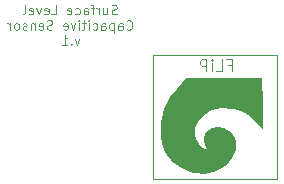
<source format=gbr>
%TF.GenerationSoftware,KiCad,Pcbnew,9.0.2*%
%TF.CreationDate,2025-06-02T11:29:15-03:00*%
%TF.ProjectId,PCB_Borneras,5043425f-426f-4726-9e65-7261732e6b69,rev?*%
%TF.SameCoordinates,Original*%
%TF.FileFunction,Legend,Bot*%
%TF.FilePolarity,Positive*%
%FSLAX46Y46*%
G04 Gerber Fmt 4.6, Leading zero omitted, Abs format (unit mm)*
G04 Created by KiCad (PCBNEW 9.0.2) date 2025-06-02 11:29:15*
%MOMM*%
%LPD*%
G01*
G04 APERTURE LIST*
%ADD10C,0.100000*%
%ADD11C,0.000000*%
G04 APERTURE END LIST*
D10*
X108967511Y-60756744D02*
X119467511Y-60756744D01*
X119467511Y-71256744D01*
X108967511Y-71256744D01*
X108967511Y-60756744D01*
X115330293Y-61605353D02*
X115663626Y-61605353D01*
X115663626Y-62129163D02*
X115663626Y-61129163D01*
X115663626Y-61129163D02*
X115187436Y-61129163D01*
X114330293Y-62129163D02*
X114806483Y-62129163D01*
X114806483Y-62129163D02*
X114806483Y-61129163D01*
X113996959Y-62129163D02*
X113996959Y-61462496D01*
X113996959Y-61129163D02*
X114044578Y-61176782D01*
X114044578Y-61176782D02*
X113996959Y-61224401D01*
X113996959Y-61224401D02*
X113949340Y-61176782D01*
X113949340Y-61176782D02*
X113996959Y-61129163D01*
X113996959Y-61129163D02*
X113996959Y-61224401D01*
X113520769Y-62129163D02*
X113520769Y-61129163D01*
X113520769Y-61129163D02*
X113139817Y-61129163D01*
X113139817Y-61129163D02*
X113044579Y-61176782D01*
X113044579Y-61176782D02*
X112996960Y-61224401D01*
X112996960Y-61224401D02*
X112949341Y-61319639D01*
X112949341Y-61319639D02*
X112949341Y-61462496D01*
X112949341Y-61462496D02*
X112996960Y-61557734D01*
X112996960Y-61557734D02*
X113044579Y-61605353D01*
X113044579Y-61605353D02*
X113139817Y-61652972D01*
X113139817Y-61652972D02*
X113520769Y-61652972D01*
X105942857Y-57282890D02*
X105828571Y-57320985D01*
X105828571Y-57320985D02*
X105638095Y-57320985D01*
X105638095Y-57320985D02*
X105561904Y-57282890D01*
X105561904Y-57282890D02*
X105523809Y-57244794D01*
X105523809Y-57244794D02*
X105485714Y-57168604D01*
X105485714Y-57168604D02*
X105485714Y-57092413D01*
X105485714Y-57092413D02*
X105523809Y-57016223D01*
X105523809Y-57016223D02*
X105561904Y-56978128D01*
X105561904Y-56978128D02*
X105638095Y-56940032D01*
X105638095Y-56940032D02*
X105790476Y-56901937D01*
X105790476Y-56901937D02*
X105866666Y-56863842D01*
X105866666Y-56863842D02*
X105904761Y-56825747D01*
X105904761Y-56825747D02*
X105942857Y-56749556D01*
X105942857Y-56749556D02*
X105942857Y-56673366D01*
X105942857Y-56673366D02*
X105904761Y-56597175D01*
X105904761Y-56597175D02*
X105866666Y-56559080D01*
X105866666Y-56559080D02*
X105790476Y-56520985D01*
X105790476Y-56520985D02*
X105599999Y-56520985D01*
X105599999Y-56520985D02*
X105485714Y-56559080D01*
X104799999Y-56787651D02*
X104799999Y-57320985D01*
X105142856Y-56787651D02*
X105142856Y-57206699D01*
X105142856Y-57206699D02*
X105104761Y-57282890D01*
X105104761Y-57282890D02*
X105028571Y-57320985D01*
X105028571Y-57320985D02*
X104914285Y-57320985D01*
X104914285Y-57320985D02*
X104838094Y-57282890D01*
X104838094Y-57282890D02*
X104799999Y-57244794D01*
X104419046Y-57320985D02*
X104419046Y-56787651D01*
X104419046Y-56940032D02*
X104380951Y-56863842D01*
X104380951Y-56863842D02*
X104342856Y-56825747D01*
X104342856Y-56825747D02*
X104266665Y-56787651D01*
X104266665Y-56787651D02*
X104190475Y-56787651D01*
X104038094Y-56787651D02*
X103733332Y-56787651D01*
X103923808Y-57320985D02*
X103923808Y-56635270D01*
X103923808Y-56635270D02*
X103885713Y-56559080D01*
X103885713Y-56559080D02*
X103809523Y-56520985D01*
X103809523Y-56520985D02*
X103733332Y-56520985D01*
X103123808Y-57320985D02*
X103123808Y-56901937D01*
X103123808Y-56901937D02*
X103161903Y-56825747D01*
X103161903Y-56825747D02*
X103238094Y-56787651D01*
X103238094Y-56787651D02*
X103390475Y-56787651D01*
X103390475Y-56787651D02*
X103466665Y-56825747D01*
X103123808Y-57282890D02*
X103199999Y-57320985D01*
X103199999Y-57320985D02*
X103390475Y-57320985D01*
X103390475Y-57320985D02*
X103466665Y-57282890D01*
X103466665Y-57282890D02*
X103504761Y-57206699D01*
X103504761Y-57206699D02*
X103504761Y-57130509D01*
X103504761Y-57130509D02*
X103466665Y-57054318D01*
X103466665Y-57054318D02*
X103390475Y-57016223D01*
X103390475Y-57016223D02*
X103199999Y-57016223D01*
X103199999Y-57016223D02*
X103123808Y-56978128D01*
X102399998Y-57282890D02*
X102476189Y-57320985D01*
X102476189Y-57320985D02*
X102628570Y-57320985D01*
X102628570Y-57320985D02*
X102704760Y-57282890D01*
X102704760Y-57282890D02*
X102742855Y-57244794D01*
X102742855Y-57244794D02*
X102780951Y-57168604D01*
X102780951Y-57168604D02*
X102780951Y-56940032D01*
X102780951Y-56940032D02*
X102742855Y-56863842D01*
X102742855Y-56863842D02*
X102704760Y-56825747D01*
X102704760Y-56825747D02*
X102628570Y-56787651D01*
X102628570Y-56787651D02*
X102476189Y-56787651D01*
X102476189Y-56787651D02*
X102399998Y-56825747D01*
X101752379Y-57282890D02*
X101828570Y-57320985D01*
X101828570Y-57320985D02*
X101980951Y-57320985D01*
X101980951Y-57320985D02*
X102057141Y-57282890D01*
X102057141Y-57282890D02*
X102095237Y-57206699D01*
X102095237Y-57206699D02*
X102095237Y-56901937D01*
X102095237Y-56901937D02*
X102057141Y-56825747D01*
X102057141Y-56825747D02*
X101980951Y-56787651D01*
X101980951Y-56787651D02*
X101828570Y-56787651D01*
X101828570Y-56787651D02*
X101752379Y-56825747D01*
X101752379Y-56825747D02*
X101714284Y-56901937D01*
X101714284Y-56901937D02*
X101714284Y-56978128D01*
X101714284Y-56978128D02*
X102095237Y-57054318D01*
X100380951Y-57320985D02*
X100761903Y-57320985D01*
X100761903Y-57320985D02*
X100761903Y-56520985D01*
X99809522Y-57282890D02*
X99885713Y-57320985D01*
X99885713Y-57320985D02*
X100038094Y-57320985D01*
X100038094Y-57320985D02*
X100114284Y-57282890D01*
X100114284Y-57282890D02*
X100152380Y-57206699D01*
X100152380Y-57206699D02*
X100152380Y-56901937D01*
X100152380Y-56901937D02*
X100114284Y-56825747D01*
X100114284Y-56825747D02*
X100038094Y-56787651D01*
X100038094Y-56787651D02*
X99885713Y-56787651D01*
X99885713Y-56787651D02*
X99809522Y-56825747D01*
X99809522Y-56825747D02*
X99771427Y-56901937D01*
X99771427Y-56901937D02*
X99771427Y-56978128D01*
X99771427Y-56978128D02*
X100152380Y-57054318D01*
X99504761Y-56787651D02*
X99314285Y-57320985D01*
X99314285Y-57320985D02*
X99123808Y-56787651D01*
X98514284Y-57282890D02*
X98590475Y-57320985D01*
X98590475Y-57320985D02*
X98742856Y-57320985D01*
X98742856Y-57320985D02*
X98819046Y-57282890D01*
X98819046Y-57282890D02*
X98857142Y-57206699D01*
X98857142Y-57206699D02*
X98857142Y-56901937D01*
X98857142Y-56901937D02*
X98819046Y-56825747D01*
X98819046Y-56825747D02*
X98742856Y-56787651D01*
X98742856Y-56787651D02*
X98590475Y-56787651D01*
X98590475Y-56787651D02*
X98514284Y-56825747D01*
X98514284Y-56825747D02*
X98476189Y-56901937D01*
X98476189Y-56901937D02*
X98476189Y-56978128D01*
X98476189Y-56978128D02*
X98857142Y-57054318D01*
X98019047Y-57320985D02*
X98095237Y-57282890D01*
X98095237Y-57282890D02*
X98133332Y-57206699D01*
X98133332Y-57206699D02*
X98133332Y-56520985D01*
X106761904Y-58532749D02*
X106800000Y-58570845D01*
X106800000Y-58570845D02*
X106914285Y-58608940D01*
X106914285Y-58608940D02*
X106990476Y-58608940D01*
X106990476Y-58608940D02*
X107104762Y-58570845D01*
X107104762Y-58570845D02*
X107180952Y-58494654D01*
X107180952Y-58494654D02*
X107219047Y-58418464D01*
X107219047Y-58418464D02*
X107257143Y-58266083D01*
X107257143Y-58266083D02*
X107257143Y-58151797D01*
X107257143Y-58151797D02*
X107219047Y-57999416D01*
X107219047Y-57999416D02*
X107180952Y-57923225D01*
X107180952Y-57923225D02*
X107104762Y-57847035D01*
X107104762Y-57847035D02*
X106990476Y-57808940D01*
X106990476Y-57808940D02*
X106914285Y-57808940D01*
X106914285Y-57808940D02*
X106800000Y-57847035D01*
X106800000Y-57847035D02*
X106761904Y-57885130D01*
X106076190Y-58608940D02*
X106076190Y-58189892D01*
X106076190Y-58189892D02*
X106114285Y-58113702D01*
X106114285Y-58113702D02*
X106190476Y-58075606D01*
X106190476Y-58075606D02*
X106342857Y-58075606D01*
X106342857Y-58075606D02*
X106419047Y-58113702D01*
X106076190Y-58570845D02*
X106152381Y-58608940D01*
X106152381Y-58608940D02*
X106342857Y-58608940D01*
X106342857Y-58608940D02*
X106419047Y-58570845D01*
X106419047Y-58570845D02*
X106457143Y-58494654D01*
X106457143Y-58494654D02*
X106457143Y-58418464D01*
X106457143Y-58418464D02*
X106419047Y-58342273D01*
X106419047Y-58342273D02*
X106342857Y-58304178D01*
X106342857Y-58304178D02*
X106152381Y-58304178D01*
X106152381Y-58304178D02*
X106076190Y-58266083D01*
X105695237Y-58075606D02*
X105695237Y-58875606D01*
X105695237Y-58113702D02*
X105619047Y-58075606D01*
X105619047Y-58075606D02*
X105466666Y-58075606D01*
X105466666Y-58075606D02*
X105390475Y-58113702D01*
X105390475Y-58113702D02*
X105352380Y-58151797D01*
X105352380Y-58151797D02*
X105314285Y-58227987D01*
X105314285Y-58227987D02*
X105314285Y-58456559D01*
X105314285Y-58456559D02*
X105352380Y-58532749D01*
X105352380Y-58532749D02*
X105390475Y-58570845D01*
X105390475Y-58570845D02*
X105466666Y-58608940D01*
X105466666Y-58608940D02*
X105619047Y-58608940D01*
X105619047Y-58608940D02*
X105695237Y-58570845D01*
X104628570Y-58608940D02*
X104628570Y-58189892D01*
X104628570Y-58189892D02*
X104666665Y-58113702D01*
X104666665Y-58113702D02*
X104742856Y-58075606D01*
X104742856Y-58075606D02*
X104895237Y-58075606D01*
X104895237Y-58075606D02*
X104971427Y-58113702D01*
X104628570Y-58570845D02*
X104704761Y-58608940D01*
X104704761Y-58608940D02*
X104895237Y-58608940D01*
X104895237Y-58608940D02*
X104971427Y-58570845D01*
X104971427Y-58570845D02*
X105009523Y-58494654D01*
X105009523Y-58494654D02*
X105009523Y-58418464D01*
X105009523Y-58418464D02*
X104971427Y-58342273D01*
X104971427Y-58342273D02*
X104895237Y-58304178D01*
X104895237Y-58304178D02*
X104704761Y-58304178D01*
X104704761Y-58304178D02*
X104628570Y-58266083D01*
X103904760Y-58570845D02*
X103980951Y-58608940D01*
X103980951Y-58608940D02*
X104133332Y-58608940D01*
X104133332Y-58608940D02*
X104209522Y-58570845D01*
X104209522Y-58570845D02*
X104247617Y-58532749D01*
X104247617Y-58532749D02*
X104285713Y-58456559D01*
X104285713Y-58456559D02*
X104285713Y-58227987D01*
X104285713Y-58227987D02*
X104247617Y-58151797D01*
X104247617Y-58151797D02*
X104209522Y-58113702D01*
X104209522Y-58113702D02*
X104133332Y-58075606D01*
X104133332Y-58075606D02*
X103980951Y-58075606D01*
X103980951Y-58075606D02*
X103904760Y-58113702D01*
X103561903Y-58608940D02*
X103561903Y-58075606D01*
X103561903Y-57808940D02*
X103599999Y-57847035D01*
X103599999Y-57847035D02*
X103561903Y-57885130D01*
X103561903Y-57885130D02*
X103523808Y-57847035D01*
X103523808Y-57847035D02*
X103561903Y-57808940D01*
X103561903Y-57808940D02*
X103561903Y-57885130D01*
X103295237Y-58075606D02*
X102990475Y-58075606D01*
X103180951Y-57808940D02*
X103180951Y-58494654D01*
X103180951Y-58494654D02*
X103142856Y-58570845D01*
X103142856Y-58570845D02*
X103066666Y-58608940D01*
X103066666Y-58608940D02*
X102990475Y-58608940D01*
X102723808Y-58608940D02*
X102723808Y-58075606D01*
X102723808Y-57808940D02*
X102761904Y-57847035D01*
X102761904Y-57847035D02*
X102723808Y-57885130D01*
X102723808Y-57885130D02*
X102685713Y-57847035D01*
X102685713Y-57847035D02*
X102723808Y-57808940D01*
X102723808Y-57808940D02*
X102723808Y-57885130D01*
X102419047Y-58075606D02*
X102228571Y-58608940D01*
X102228571Y-58608940D02*
X102038094Y-58075606D01*
X101428570Y-58570845D02*
X101504761Y-58608940D01*
X101504761Y-58608940D02*
X101657142Y-58608940D01*
X101657142Y-58608940D02*
X101733332Y-58570845D01*
X101733332Y-58570845D02*
X101771428Y-58494654D01*
X101771428Y-58494654D02*
X101771428Y-58189892D01*
X101771428Y-58189892D02*
X101733332Y-58113702D01*
X101733332Y-58113702D02*
X101657142Y-58075606D01*
X101657142Y-58075606D02*
X101504761Y-58075606D01*
X101504761Y-58075606D02*
X101428570Y-58113702D01*
X101428570Y-58113702D02*
X101390475Y-58189892D01*
X101390475Y-58189892D02*
X101390475Y-58266083D01*
X101390475Y-58266083D02*
X101771428Y-58342273D01*
X100476190Y-58570845D02*
X100361904Y-58608940D01*
X100361904Y-58608940D02*
X100171428Y-58608940D01*
X100171428Y-58608940D02*
X100095237Y-58570845D01*
X100095237Y-58570845D02*
X100057142Y-58532749D01*
X100057142Y-58532749D02*
X100019047Y-58456559D01*
X100019047Y-58456559D02*
X100019047Y-58380368D01*
X100019047Y-58380368D02*
X100057142Y-58304178D01*
X100057142Y-58304178D02*
X100095237Y-58266083D01*
X100095237Y-58266083D02*
X100171428Y-58227987D01*
X100171428Y-58227987D02*
X100323809Y-58189892D01*
X100323809Y-58189892D02*
X100399999Y-58151797D01*
X100399999Y-58151797D02*
X100438094Y-58113702D01*
X100438094Y-58113702D02*
X100476190Y-58037511D01*
X100476190Y-58037511D02*
X100476190Y-57961321D01*
X100476190Y-57961321D02*
X100438094Y-57885130D01*
X100438094Y-57885130D02*
X100399999Y-57847035D01*
X100399999Y-57847035D02*
X100323809Y-57808940D01*
X100323809Y-57808940D02*
X100133332Y-57808940D01*
X100133332Y-57808940D02*
X100019047Y-57847035D01*
X99371427Y-58570845D02*
X99447618Y-58608940D01*
X99447618Y-58608940D02*
X99599999Y-58608940D01*
X99599999Y-58608940D02*
X99676189Y-58570845D01*
X99676189Y-58570845D02*
X99714285Y-58494654D01*
X99714285Y-58494654D02*
X99714285Y-58189892D01*
X99714285Y-58189892D02*
X99676189Y-58113702D01*
X99676189Y-58113702D02*
X99599999Y-58075606D01*
X99599999Y-58075606D02*
X99447618Y-58075606D01*
X99447618Y-58075606D02*
X99371427Y-58113702D01*
X99371427Y-58113702D02*
X99333332Y-58189892D01*
X99333332Y-58189892D02*
X99333332Y-58266083D01*
X99333332Y-58266083D02*
X99714285Y-58342273D01*
X98990475Y-58075606D02*
X98990475Y-58608940D01*
X98990475Y-58151797D02*
X98952380Y-58113702D01*
X98952380Y-58113702D02*
X98876190Y-58075606D01*
X98876190Y-58075606D02*
X98761904Y-58075606D01*
X98761904Y-58075606D02*
X98685713Y-58113702D01*
X98685713Y-58113702D02*
X98647618Y-58189892D01*
X98647618Y-58189892D02*
X98647618Y-58608940D01*
X98304761Y-58570845D02*
X98228570Y-58608940D01*
X98228570Y-58608940D02*
X98076189Y-58608940D01*
X98076189Y-58608940D02*
X97999999Y-58570845D01*
X97999999Y-58570845D02*
X97961903Y-58494654D01*
X97961903Y-58494654D02*
X97961903Y-58456559D01*
X97961903Y-58456559D02*
X97999999Y-58380368D01*
X97999999Y-58380368D02*
X98076189Y-58342273D01*
X98076189Y-58342273D02*
X98190475Y-58342273D01*
X98190475Y-58342273D02*
X98266665Y-58304178D01*
X98266665Y-58304178D02*
X98304761Y-58227987D01*
X98304761Y-58227987D02*
X98304761Y-58189892D01*
X98304761Y-58189892D02*
X98266665Y-58113702D01*
X98266665Y-58113702D02*
X98190475Y-58075606D01*
X98190475Y-58075606D02*
X98076189Y-58075606D01*
X98076189Y-58075606D02*
X97999999Y-58113702D01*
X97504761Y-58608940D02*
X97580951Y-58570845D01*
X97580951Y-58570845D02*
X97619046Y-58532749D01*
X97619046Y-58532749D02*
X97657142Y-58456559D01*
X97657142Y-58456559D02*
X97657142Y-58227987D01*
X97657142Y-58227987D02*
X97619046Y-58151797D01*
X97619046Y-58151797D02*
X97580951Y-58113702D01*
X97580951Y-58113702D02*
X97504761Y-58075606D01*
X97504761Y-58075606D02*
X97390475Y-58075606D01*
X97390475Y-58075606D02*
X97314284Y-58113702D01*
X97314284Y-58113702D02*
X97276189Y-58151797D01*
X97276189Y-58151797D02*
X97238094Y-58227987D01*
X97238094Y-58227987D02*
X97238094Y-58456559D01*
X97238094Y-58456559D02*
X97276189Y-58532749D01*
X97276189Y-58532749D02*
X97314284Y-58570845D01*
X97314284Y-58570845D02*
X97390475Y-58608940D01*
X97390475Y-58608940D02*
X97504761Y-58608940D01*
X96895236Y-58608940D02*
X96895236Y-58075606D01*
X96895236Y-58227987D02*
X96857141Y-58151797D01*
X96857141Y-58151797D02*
X96819046Y-58113702D01*
X96819046Y-58113702D02*
X96742855Y-58075606D01*
X96742855Y-58075606D02*
X96666665Y-58075606D01*
X102761904Y-59363561D02*
X102571428Y-59896895D01*
X102571428Y-59896895D02*
X102380951Y-59363561D01*
X102076189Y-59820704D02*
X102038094Y-59858800D01*
X102038094Y-59858800D02*
X102076189Y-59896895D01*
X102076189Y-59896895D02*
X102114285Y-59858800D01*
X102114285Y-59858800D02*
X102076189Y-59820704D01*
X102076189Y-59820704D02*
X102076189Y-59896895D01*
X101276190Y-59896895D02*
X101733333Y-59896895D01*
X101504761Y-59896895D02*
X101504761Y-59096895D01*
X101504761Y-59096895D02*
X101580952Y-59211180D01*
X101580952Y-59211180D02*
X101657142Y-59287371D01*
X101657142Y-59287371D02*
X101733333Y-59325466D01*
D11*
%TO.C,G\u002A\u002A\u002A*%
G36*
X115037997Y-62728865D02*
G01*
X118259720Y-62740280D01*
X118271276Y-64871080D01*
X118282833Y-67001881D01*
X117759718Y-66472037D01*
X117660940Y-66373323D01*
X117342662Y-66077849D01*
X117047104Y-65844703D01*
X116757042Y-65662672D01*
X116455254Y-65520536D01*
X116124519Y-65407081D01*
X115920113Y-65354648D01*
X115523428Y-65287499D01*
X115118941Y-65258008D01*
X114735374Y-65267660D01*
X114401451Y-65317943D01*
X114221445Y-65367293D01*
X113824339Y-65523884D01*
X113458140Y-65733036D01*
X113137205Y-65984245D01*
X112875894Y-66267011D01*
X112688564Y-66570832D01*
X112641525Y-66676851D01*
X112601673Y-66794059D01*
X112578943Y-66918898D01*
X112568810Y-67078457D01*
X112566745Y-67299825D01*
X112568577Y-67487522D01*
X112577032Y-67652062D01*
X112596388Y-67773773D01*
X112630960Y-67877807D01*
X112685067Y-67989317D01*
X112785674Y-68144851D01*
X112924499Y-68310694D01*
X113082153Y-68467358D01*
X113241136Y-68598945D01*
X113383945Y-68689556D01*
X113493078Y-68723292D01*
X113504935Y-68723012D01*
X113552448Y-68706603D01*
X113557943Y-68655469D01*
X113519020Y-68556483D01*
X113433275Y-68396517D01*
X113361922Y-68255432D01*
X113313026Y-68092536D01*
X113299825Y-67903476D01*
X113304841Y-67790909D01*
X113365631Y-67530557D01*
X113499141Y-67308551D01*
X113710083Y-67118531D01*
X114003168Y-66954136D01*
X114128564Y-66901642D01*
X114254171Y-66868175D01*
X114395847Y-66857522D01*
X114589650Y-66864150D01*
X114627091Y-66866746D01*
X114980601Y-66934533D01*
X115304736Y-67072991D01*
X115586290Y-67272959D01*
X115812056Y-67525276D01*
X115968827Y-67820782D01*
X116030526Y-68034007D01*
X116060702Y-68391807D01*
X116006886Y-68762316D01*
X115869705Y-69137206D01*
X115699567Y-69450099D01*
X115405514Y-69846794D01*
X115054709Y-70175858D01*
X114645814Y-70438274D01*
X114177491Y-70635023D01*
X113648401Y-70767087D01*
X113447821Y-70790121D01*
X113146190Y-70796040D01*
X112820548Y-70778293D01*
X112504643Y-70738952D01*
X112232224Y-70680089D01*
X111960092Y-70586856D01*
X111624075Y-70437776D01*
X111290471Y-70258633D01*
X110987639Y-70064831D01*
X110743938Y-69871771D01*
X110530589Y-69656573D01*
X110214707Y-69239166D01*
X109968798Y-68767084D01*
X109792990Y-68240662D01*
X109687411Y-67660235D01*
X109652189Y-67026135D01*
X109656156Y-66792631D01*
X109681602Y-66443971D01*
X109735044Y-66105626D01*
X109821607Y-65748265D01*
X109946416Y-65342557D01*
X110096681Y-64953738D01*
X110327226Y-64504615D01*
X110622367Y-64054115D01*
X110988478Y-63592660D01*
X111431932Y-63110674D01*
X111816274Y-62717449D01*
X115037997Y-62728865D01*
G37*
%TD*%
M02*

</source>
